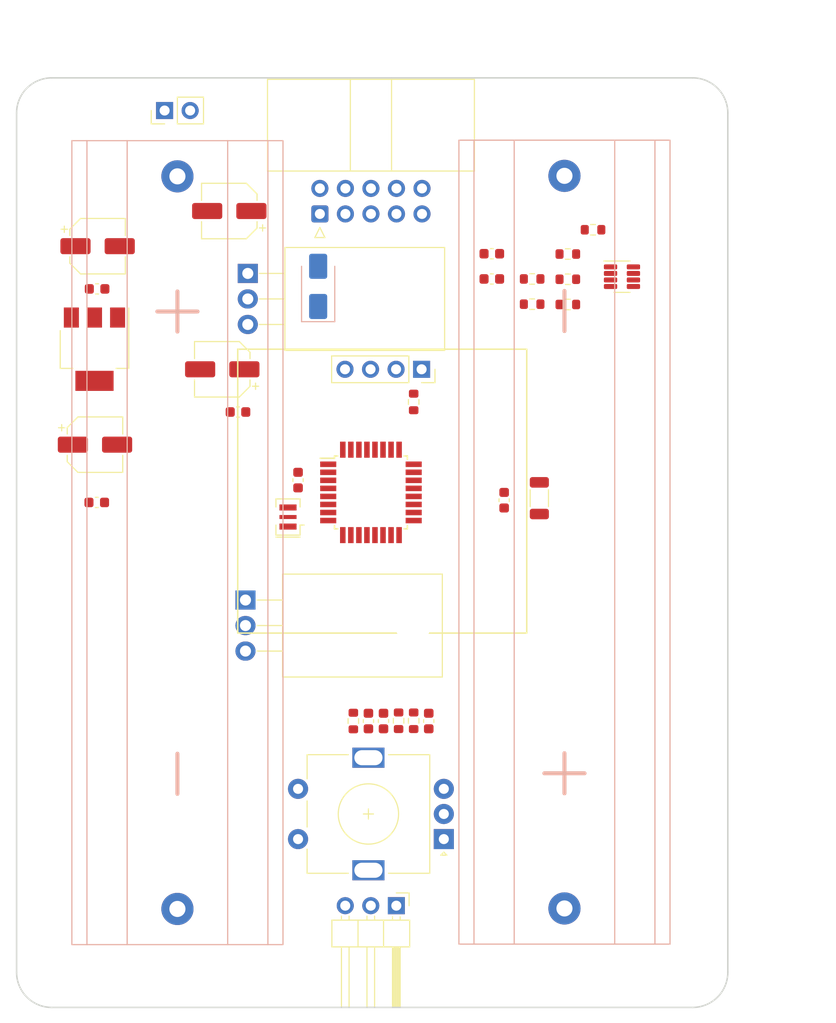
<source format=kicad_pcb>
(kicad_pcb (version 20221018) (generator pcbnew)
  (layers (0 "F.Cu" signal) (31 "B.Cu" signal) (34 "B.Paste" user) (35 "F.Paste" user) (36 "B.SilkS" user "B.Silkscreen") (37 "F.SilkS" user "F.Silkscreen") (38 "B.Mask" user) (39 "F.Mask" user) (44 "Edge.Cuts" user))
  (net 0 "")
  (net 1 "GND")
  (net 2 "+BATT")
  (net 3 "+5V")
  (net 4 "VDD")
  (net 5 "POT")
  (net 6 "+3V3")
  (net 7 "INT_PIN")
  (net 8 "Net-(D1-A)")
  (net 9 "MOSI")
  (net 11 "RESET")
  (net 12 "SCK")
  (net 13 "MISO")
  (net 14 "Net-(J2-Pin_1)")
  (net 15 "Net-(J2-Pin_2)")
  (net 16 "SERVO_SIGNAL")
  (net 17 "SDA")
  (net 18 "SCL")
  (net 19 "GATE_MOSFET")
  (net 20 "Net-(U3-A0)")
  (net 21 "Net-(U3-A1)")
  (net 22 "Net-(R9-Pad1)")
  (net 23 "INT_PIN_2")
  (net 24 "DI")
  (net 25 "Net-(U1-XTAL1{slash}PB6)")
  (net 26 "Net-(U1-XTAL2{slash}PB7)")
  (net 38 "Net-(BT1--)")
  (net 39 "/S+")
  (net 40 "Net-(R8-Pad2)")
  (net 41 "Net-(R10-Pad2)")
  (footprint "Resistor_SMD:R_0603_1608Metric" (layer "F.Cu") (at 120.75 107.475 -90)
    (fp_text reference "R8" hide)
    (fp_text value "100R")
    (fp_line (start -0.237258 -0.5225) (end 0.237258 -0.5225) (stroke (width 0.12)) (layer "F.SilkS"))
    (fp_line (start -0.237258 0.5225) (end 0.237258 0.5225) (stroke (width 0.12)) (layer "F.SilkS"))
    (pad "1" smd roundrect (at -0.825 0 270) (size 0.8 0.95) (layers "F.Cu" "F.Paste" "F.Mask") (net 23 "INT_PIN_2"))
    (pad "2" smd roundrect (at 0.825 0 270) (size 0.8 0.95) (layers "F.Cu" "F.Paste" "F.Mask") (net 40 "Net-(R8-Pad2)"))
  )
  (footprint "Capacitor_SMD:C_0603_1608Metric" (layer "F.Cu") (at 110.75 83.525 90)
    (fp_text reference "C4" hide)
    (fp_text value "100n/50V")
    (fp_line (start -0.14058 -0.51) (end 0.14058 -0.51) (stroke (width 0.12)) (layer "F.SilkS"))
    (fp_line (start -0.14058 0.51) (end 0.14058 0.51) (stroke (width 0.12)) (layer "F.SilkS"))
    (pad "1" smd roundrect (at -0.775 0 90) (size 0.9 0.95) (layers "F.Cu" "F.Paste" "F.Mask") (net 3 "+5V"))
    (pad "2" smd roundrect (at 0.775 0 90) (size 0.9 0.95) (layers "F.Cu" "F.Paste" "F.Mask") (net 1 "GND"))
  )
  (footprint "Inductor_SMD:L_1206_3216Metric" (layer "F.Cu") (at 134.75 85.325 90)
    (fp_text reference "L1" hide)
    (fp_text value "10u")
    (fp_line (start -0.835242 -0.91) (end 0.835242 -0.91) (stroke (width 0.12)) (layer "F.SilkS"))
    (fp_line (start -0.835242 0.91) (end 0.835242 0.91) (stroke (width 0.12)) (layer "F.SilkS"))
    (pad "1" smd roundrect (at -1.575 0 90) (size 1.05 1.9) (layers "F.Cu" "F.Paste" "F.Mask") (roundrect_rratio 0.238095) (net 4 "VDD"))
    (pad "2" smd roundrect (at 1.575 0 90) (size 1.05 1.9) (layers "F.Cu" "F.Paste" "F.Mask") (roundrect_rratio 0.238095) (net 3 "+5V"))
  )
  (footprint "Connector_PinSocket_2.54mm:PinSocket_1x04_P2.54mm_Vertical" (layer "F.Cu") (at 123.04 72.5 -90)
    (fp_text reference "J3" hide)
    (fp_text value "OLED")
    (fp_line (start -1.33 1.27) (end -1.33 8.95) (stroke (width 0.12)) (layer "F.SilkS"))
    (fp_line (start -1.33 1.27) (end 1.33 1.27) (stroke (width 0.12)) (layer "F.SilkS"))
    (fp_line (start -1.33 8.95) (end 1.33 8.95) (stroke (width 0.12)) (layer "F.SilkS"))
    (fp_line (start 0 -1.33) (end 1.33 -1.33) (stroke (width 0.12)) (layer "F.SilkS"))
    (fp_line (start 1.33 -1.33) (end 1.33 0) (stroke (width 0.12)) (layer "F.SilkS"))
    (fp_line (start 1.33 1.27) (end 1.33 8.95) (stroke (width 0.12)) (layer "F.SilkS"))
    (pad "1" thru_hole rect (at 0 0 270) (size 1.7 1.7) (drill 1) (layers "*.Cu" "*.Mask") (net 17 "SDA"))
    (pad "2" thru_hole oval (at 0 2.54 270) (size 1.7 1.7) (drill 1) (layers "*.Cu" "*.Mask") (net 18 "SCL"))
    (pad "3" thru_hole oval (at 0 5.08 270) (size 1.7 1.7) (drill 1) (layers "*.Cu" "*.Mask") (net 6 "+3V3"))
    (pad "4" thru_hole oval (at 0 7.62 270) (size 1.7 1.7) (drill 1) (layers "*.Cu" "*.Mask") (net 1 "GND"))
  )
  (footprint "Package_TO_SOT_THT:TO-220-3_Horizontal_TabDown" (layer "F.Cu") (at 105.52 95.46 -90)
    (fp_text reference "Q1" hide)
    (fp_text value "IRLZ44N")
    (fp_line (start -2.58 -19.58) (end -2.58 -3.69) (stroke (width 0.12)) (layer "F.SilkS"))
    (fp_line (start -2.58 -19.58) (end 7.66 -19.58) (stroke (width 0.12)) (layer "F.SilkS"))
    (fp_line (start -2.58 -3.69) (end 7.66 -3.69) (stroke (width 0.12)) (layer "F.SilkS"))
    (fp_line (start 0 -3.69) (end 0 -1.15) (stroke (width 0.12)) (layer "F.SilkS"))
    (fp_line (start 2.54 -3.69) (end 2.54 -1.15) (stroke (width 0.12)) (layer "F.SilkS"))
    (fp_line (start 5.08 -3.69) (end 5.08 -1.15) (stroke (width 0.12)) (layer "F.SilkS"))
    (fp_line (start 7.66 -19.58) (end 7.66 -3.69) (stroke (width 0.12)) (layer "F.SilkS"))
    (pad "" np_thru_hole oval (at 2.54 -16.66 270) (size 3.5 3.5) (drill 3.5) (layers "*.Cu" "*.Mask"))
    (pad "1" thru_hole rect (at 0 0 270) (size 1.905 2) (drill 1.1) (layers "*.Cu" "*.Mask") (net 19 "GATE_MOSFET"))
    (pad "2" thru_hole oval (at 2.54 0 270) (size 1.905 2) (drill 1.1) (layers "*.Cu" "*.Mask") (net 14 "Net-(J2-Pin_1)"))
    (pad "3" thru_hole oval (at 5.08 0 270) (size 1.905 2) (drill 1.1) (layers "*.Cu" "*.Mask") (net 1 "GND"))
  )
  (footprint "Package_TO_SOT_SMD:SOT-223-3_TabPin2" (layer "F.Cu") (at 90.5 70.5 -90)
    (fp_text reference "U4" hide)
    (fp_text value "AMS1117-3.3")
    (fp_line (start -4.1 -3.41) (end 1.91 -3.41) (stroke (width 0.12)) (layer "F.SilkS"))
    (fp_line (start -1.85 3.41) (end 1.91 3.41) (stroke (width 0.12)) (layer "F.SilkS"))
    (fp_line (start 1.91 -3.41) (end 1.91 -2.15) (stroke (width 0.12)) (layer "F.SilkS"))
    (fp_line (start 1.91 3.41) (end 1.91 2.15) (stroke (width 0.12)) (layer "F.SilkS"))
    (pad "1" smd rect (at -3.15 -2.3 270) (size 2 1.5) (layers "F.Cu" "F.Paste" "F.Mask") (net 1 "GND"))
    (pad "2" smd rect (at -3.15 0 270) (size 2 1.5) (layers "F.Cu" "F.Paste" "F.Mask") (net 6 "+3V3"))
    (pad "2" smd rect (at 3.15 0 270) (size 2 3.8) (layers "F.Cu" "F.Paste" "F.Mask") (net 6 "+3V3"))
    (pad "3" smd rect (at -3.15 2.3 270) (size 2 1.5) (layers "F.Cu" "F.Paste" "F.Mask") (net 2 "+BATT"))
  )
  (footprint "Capacitor_SMD:CP_Elec_5x5.4" (layer "F.Cu") (at 103.91 56.75 180)
    (fp_text reference "C1" hide)
    (fp_text value "0.33uF/50V")
    (fp_line (start -3.625 -1.685) (end -3 -1.685) (stroke (width 0.12)) (layer "F.SilkS"))
    (fp_line (start -3.3125 -1.9975) (end -3.3125 -1.3725) (stroke (width 0.12)) (layer "F.SilkS"))
    (fp_line (start -2.76 -1.695563) (end -2.76 -1.06) (stroke (width 0.12)) (layer "F.SilkS"))
    (fp_line (start -2.76 -1.695563) (end -1.695563 -2.76) (stroke (width 0.12)) (layer "F.SilkS"))
    (fp_line (start -2.76 1.695563) (end -2.76 1.06) (stroke (width 0.12)) (layer "F.SilkS"))
    (fp_line (start -2.76 1.695563) (end -1.695563 2.76) (stroke (width 0.12)) (layer "F.SilkS"))
    (fp_line (start -1.695563 -2.76) (end 2.76 -2.76) (stroke (width 0.12)) (layer "F.SilkS"))
    (fp_line (start -1.695563 2.76) (end 2.76 2.76) (stroke (width 0.12)) (layer "F.SilkS"))
    (fp_line (start 2.76 -2.76) (end 2.76 -1.06) (stroke (width 0.12)) (layer "F.SilkS"))
    (fp_line (start 2.76 2.76) (end 2.76 1.06) (stroke (width 0.12)) (layer "F.SilkS"))
    (pad "1" smd roundrect (at -2.2 0 180) (size 3 1.6) (layers "F.Cu" "F.Paste" "F.Mask") (roundrect_rratio 0.15625) (net 2 "+BATT"))
    (pad "2" smd roundrect (at 2.2 0 180) (size 3 1.6) (layers "F.Cu" "F.Paste" "F.Mask") (roundrect_rratio 0.15625) (net 1 "GND"))
  )
  (footprint "Capacitor_SMD:C_0603_1608Metric" (layer "F.Cu") (at 131.25 85.525 90)
    (fp_text reference "C5" hide)
    (fp_text value "100n/50V")
    (fp_line (start -0.14058 -0.51) (end 0.14058 -0.51) (stroke (width 0.12)) (layer "F.SilkS"))
    (fp_line (start -0.14058 0.51) (end 0.14058 0.51) (stroke (width 0.12)) (layer "F.SilkS"))
    (pad "1" smd roundrect (at -0.775 0 90) (size 0.9 0.95) (layers "F.Cu" "F.Paste" "F.Mask") (net 4 "VDD"))
    (pad "2" smd roundrect (at 0.775 0 90) (size 0.9 0.95) (layers "F.Cu" "F.Paste" "F.Mask") (net 1 "GND"))
  )
  (footprint "Resistor_SMD:R_0603_1608Metric" (layer "F.Cu") (at 140.0925 58.615)
    (fp_text reference "R7" hide)
    (fp_text value "0.1R")
    (fp_line (start -0.237258 -0.5225) (end 0.237258 -0.5225) (stroke (width 0.12)) (layer "F.SilkS"))
    (fp_line (start -0.237258 0.5225) (end 0.237258 0.5225) (stroke (width 0.12)) (layer "F.SilkS"))
    (pad "1" smd roundrect (at -0.825 0) (size 0.8 0.95) (layers "F.Cu" "F.Paste" "F.Mask") (net 3 "+5V"))
    (pad "2" smd roundrect (at 0.825 0) (size 0.8 0.95) (layers "F.Cu" "F.Paste" "F.Mask") (net 15 "Net-(J2-Pin_2)"))
  )
  (footprint "Resistor_SMD:R_0603_1608Metric" (layer "F.Cu") (at 134.035 66.02)
    (fp_text reference "R3" hide)
    (fp_text value "10k")
    (fp_line (start -0.237258 -0.5225) (end 0.237258 -0.5225) (stroke (width 0.12)) (layer "F.SilkS"))
    (fp_line (start -0.237258 0.5225) (end 0.237258 0.5225) (stroke (width 0.12)) (layer "F.SilkS"))
    (pad "1" smd roundrect (at -0.825 0) (size 0.8 0.95) (layers "F.Cu" "F.Paste" "F.Mask") (net 3 "+5V"))
    (pad "2" smd roundrect (at 0.825 0) (size 0.8 0.95) (layers "F.Cu" "F.Paste" "F.Mask") (net 17 "SDA"))
  )
  (footprint "Resistor_SMD:R_0603_1608Metric" (layer "F.Cu") (at 137.585 63.54)
    (fp_text reference "R5" hide)
    (fp_text value "10k")
    (fp_line (start -0.237258 -0.5225) (end 0.237258 -0.5225) (stroke (width 0.12)) (layer "F.SilkS"))
    (fp_line (start -0.237258 0.5225) (end 0.237258 0.5225) (stroke (width 0.12)) (layer "F.SilkS"))
    (pad "1" smd roundrect (at -0.825 0) (size 0.8 0.95) (layers "F.Cu" "F.Paste" "F.Mask") (net 20 "Net-(U3-A0)"))
    (pad "2" smd roundrect (at 0.825 0) (size 0.8 0.95) (layers "F.Cu" "F.Paste" "F.Mask") (net 1 "GND"))
  )
  (footprint "Package_TO_SOT_SMD:SOT-23-8" (layer "F.Cu") (at 142.9725 63.285)
    (fp_text reference "U3" hide)
    (fp_text value "INA219AxD")
    (fp_line (start 0 -1.56) (end -1.8 -1.56) (stroke (width 0.12)) (layer "F.SilkS"))
    (fp_line (start 0 -1.56) (end 0.8 -1.56) (stroke (width 0.12)) (layer "F.SilkS"))
    (fp_line (start 0 1.56) (end -0.8 1.56) (stroke (width 0.12)) (layer "F.SilkS"))
    (fp_line (start 0 1.56) (end 0.8 1.56) (stroke (width 0.12)) (layer "F.SilkS"))
    (pad "1" smd roundrect (at -1.1375 -0.975) (size 1.325 0.5) (layers "F.Cu" "F.Paste" "F.Mask") (net 21 "Net-(U3-A1)"))
    (pad "2" smd roundrect (at -1.1375 -0.325) (size 1.325 0.5) (layers "F.Cu" "F.Paste" "F.Mask") (net 20 "Net-(U3-A0)"))
    (pad "3" smd roundrect (at -1.1375 0.325) (size 1.325 0.5) (layers "F.Cu" "F.Paste" "F.Mask") (net 17 "SDA"))
    (pad "4" smd roundrect (at -1.1375 0.975) (size 1.325 0.5) (layers "F.Cu" "F.Paste" "F.Mask") (net 18 "SCL"))
    (pad "5" smd roundrect (at 1.1375 0.975) (size 1.325 0.5) (layers "F.Cu" "F.Paste" "F.Mask") (net 3 "+5V"))
    (pad "6" smd roundrect (at 1.1375 0.325) (size 1.325 0.5) (layers "F.Cu" "F.Paste" "F.Mask") (net 1 "GND"))
    (pad "7" smd roundrect (at 1.1375 -0.325) (size 1.325 0.5) (layers "F.Cu" "F.Paste" "F.Mask") (net 15 "Net-(J2-Pin_2)"))
    (pad "8" smd roundrect (at 1.1375 -0.975) (size 1.325 0.5) (layers "F.Cu" "F.Paste" "F.Mask") (net 3 "+5V"))
  )
  (footprint "Capacitor_SMD:C_0603_1608Metric" (layer "F.Cu") (at 130.025 63.51)
    (fp_text reference "C9" hide)
    (fp_text value "100n/50V")
    (fp_line (start -0.14058 -0.51) (end 0.14058 -0.51) (stroke (width 0.12)) (layer "F.SilkS"))
    (fp_line (start -0.14058 0.51) (end 0.14058 0.51) (stroke (width 0.12)) (layer "F.SilkS"))
    (pad "1" smd roundrect (at -0.775 0) (size 0.9 0.95) (layers "F.Cu" "F.Paste" "F.Mask") (net 3 "+5V"))
    (pad "2" smd roundrect (at 0.775 0) (size 0.9 0.95) (layers "F.Cu" "F.Paste" "F.Mask") (net 1 "GND"))
  )
  (footprint "Resistor_SMD:R_0603_1608Metric" (layer "F.Cu") (at 137.585 66.05)
    (fp_text reference "R6" hide)
    (fp_text value "10k")
    (fp_line (start -0.237258 -0.5225) (end 0.237258 -0.5225) (stroke (width 0.12)) (layer "F.SilkS"))
    (fp_line (start -0.237258 0.5225) (end 0.237258 0.5225) (stroke (width 0.12)) (layer "F.SilkS"))
    (pad "1" smd roundrect (at -0.825 0) (size 0.8 0.95) (layers "F.Cu" "F.Paste" "F.Mask") (net 21 "Net-(U3-A1)"))
    (pad "2" smd roundrect (at 0.825 0) (size 0.8 0.95) (layers "F.Cu" "F.Paste" "F.Mask") (net 1 "GND"))
  )
  (footprint "MountingHole:MountingHole_3.2mm_M3" (layer "F.Cu") (at 86.25 47)
    (fp_text reference "H1" hide)
    (fp_text value "MountingHole")
    (pad "" np_thru_hole circle (at 0 0) (size 3.2 3.2) (drill 3.2) (layers "*.Cu" "*.Mask"))
  )
  (footprint "Connector_IDC:IDC-Header_2x05_P2.54mm_Horizontal" (layer "F.Cu") (at 112.92 57.04 90)
    (fp_text reference "J1" hide)
    (fp_text value "USBASP")
    (fp_line (start -2.35 -0.5) (end -2.35 0.5) (stroke (width 0.12)) (layer "F.SilkS"))
    (fp_line (start -2.35 0.5) (end -1.35 0) (stroke (width 0.12)) (layer "F.SilkS"))
    (fp_line (start -1.35 0) (end -2.35 -0.5) (stroke (width 0.12)) (layer "F.SilkS"))
    (fp_line (start 4.27 -5.21) (end 13.39 -5.21) (stroke (width 0.12)) (layer "F.SilkS"))
    (fp_line (start 4.27 3.03) (end 13.39 3.03) (stroke (width 0.12)) (layer "F.SilkS"))
    (fp_line (start 4.27 7.13) (end 13.39 7.13) (stroke (width 0.12)) (layer "F.SilkS"))
    (fp_line (start 4.27 15.37) (end 4.27 -5.21) (stroke (width 0.12)) (layer "F.SilkS"))
    (fp_line (start 13.39 -5.21) (end 13.39 15.37) (stroke (width 0.12)) (layer "F.SilkS"))
    (fp_line (start 13.39 15.37) (end 4.27 15.37) (stroke (width 0.12)) (layer "F.SilkS"))
    (pad "1" thru_hole roundrect (at 0 0 90) (size 1.7 1.7) (drill 1) (layers "*.Cu" "*.Mask") (roundrect_rratio 0.147059) (net 9 "MOSI"))
    (pad "2" thru_hole circle (at 2.54 0 90) (size 1.7 1.7) (drill 1) (layers "*.Cu" "*.Mask") (net 8 "Net-(D1-A)"))
    (pad "3" thru_hole circle (at 0 2.54 90) (size 1.7 1.7) (drill 1) (layers "*.Cu" "*.Mask"))
    (pad "4" thru_hole circle (at 2.54 2.54 90) (size 1.7 1.7) (drill 1) (layers "*.Cu" "*.Mask") (net 1 "GND"))
    (pad "5" thru_hole circle (at 0 5.08 90) (size 1.7 1.7) (drill 1) (layers "*.Cu" "*.Mask") (net 11 "RESET"))
    (pad "6" thru_hole circle (at 2.54 5.08 90) (size 1.7 1.7) (drill 1) (layers "*.Cu" "*.Mask") (net 1 "GND"))
    (pad "7" thru_hole circle (at 0 7.62 90) (size 1.7 1.7) (drill 1) (layers "*.Cu" "*.Mask") (net 12 "SCK"))
    (pad "8" thru_hole circle (at 2.54 7.62 90) (size 1.7 1.7) (drill 1) (layers "*.Cu" "*.Mask") (net 1 "GND"))
    (pad "9" thru_hole circle (at 0 10.16 90) (size 1.7 1.7) (drill 1) (layers "*.Cu" "*.Mask") (net 13 "MISO"))
    (pad "10" thru_hole circle (at 2.54 10.16 90) (size 1.7 1.7) (drill 1) (layers "*.Cu" "*.Mask") (net 1 "GND"))
  )
  (footprint "Rotary_Encoder:RotaryEncoder_Alps_EC11E-Switch_Vertical_H20mm" (layer "F.Cu") (at 125.25 119.25 180)
    (fp_text reference "SW2" hide)
    (fp_text value "RotaryEncoder_Switch")
    (fp_line (start -0.3 -1.6) (end 0.3 -1.6) (stroke (width 0.12)) (layer "F.SilkS"))
    (fp_line (start 0 -1.3) (end -0.3 -1.6) (stroke (width 0.12)) (layer "F.SilkS"))
    (fp_line (start 0.3 -1.6) (end 0 -1.3) (stroke (width 0.12)) (layer "F.SilkS"))
    (fp_line (start 1.4 -3.4) (end 1.4 8.4) (stroke (width 0.12)) (layer "F.SilkS"))
    (fp_line (start 5.5 -3.4) (end 1.4 -3.4) (stroke (width 0.12)) (layer "F.SilkS"))
    (fp_line (start 5.5 8.4) (end 1.4 8.4) (stroke (width 0.12)) (layer "F.SilkS"))
    (fp_line (start 7 2.5) (end 8 2.5) (stroke (width 0.12)) (layer "F.SilkS"))
    (fp_line (start 7.5 2) (end 7.5 3) (stroke (width 0.12)) (layer "F.SilkS"))
    (fp_line (start 9.5 -3.4) (end 13.6 -3.4) (stroke (width 0.12)) (layer "F.SilkS"))
    (fp_line (start 13.6 -3.4) (end 13.6 -1) (stroke (width 0.12)) (layer "F.SilkS"))
    (fp_line (start 13.6 1.2) (end 13.6 3.8) (stroke (width 0.12)) (layer "F.SilkS"))
    (fp_line (start 13.6 6) (end 13.6 8.4) (stroke (width 0.12)) (layer "F.SilkS"))
    (fp_line (start 13.6 8.4) (end 9.5 8.4) (stroke (width 0.12)) (layer "F.SilkS"))
    (fp_circle (center 7.5 2.5) (end 10.5 2.5) (stroke (width 0.12)) (fill none) (layer "F.SilkS"))
    (pad "A" thru_hole rect (at 0 0 180) (size 2 2) (drill 1) (layers "*.Cu" "*.Mask") (net 40 "Net-(R8-Pad2)"))
    (pad "B" thru_hole circle (at 0 5 180) (size 2 2) (drill 1) (layers "*.Cu" "*.Mask") (net 41 "Net-(R10-Pad2)"))
    (pad "C" thru_hole circle (at 0 2.5 180) (size 2 2) (drill 1) (layers "*.Cu" "*.Mask") (net 1 "GND"))
    (pad "MP" thru_hole rect (at 7.5 -3.1 180) (size 3.2 2) (drill oval 2.8 1.5) (layers "*.Cu" "*.Mask"))
    (pad "MP" thru_hole rect (at 7.5 8.1 180) (size 3.2 2) (drill oval 2.8 1.5) (layers "*.Cu" "*.Mask"))
    (pad "S1" thru_hole circle (at 14.5 5 180) (size 2 2) (drill 1) (layers "*.Cu" "*.Mask") (net 22 "Net-(R9-Pad1)"))
    (pad "S2" thru_hole circle (at 14.5 0 180) (size 2 2) (drill 1) (layers "*.Cu" "*.Mask") (net 1 "GND"))
  )
  (footprint "Capacitor_SMD:C_0603_1608Metric" (layer "F.Cu") (at 104.775 76.75 180)
    (fp_text reference "C2" hide)
    (fp_text value "100n/50V")
    (fp_line (start -0.14058 -0.51) (end 0.14058 -0.51) (stroke (width 0.12)) (layer "F.SilkS"))
    (fp_line (start -0.14058 0.51) (end 0.14058 0.51) (stroke (width 0.12)) (layer "F.SilkS"))
    (pad "1" smd roundrect (at -0.775 0 180) (size 0.9 0.95) (layers "F.Cu" "F.Paste" "F.Mask") (net 3 "+5V"))
    (pad "2" smd roundrect (at 0.775 0 180) (size 0.9 0.95) (layers "F.Cu" "F.Paste" "F.Mask") (net 1 "GND"))
  )
  (footprint "Capacitor_SMD:CP_Elec_5x5.4" (layer "F.Cu") (at 90.55 80)
    (fp_text reference "C12" hide)
    (fp_text value "10uF/50V")
    (fp_line (start -3.625 -1.685) (end -3 -1.685) (stroke (width 0.12)) (layer "F.SilkS"))
    (fp_line (start -3.3125 -1.9975) (end -3.3125 -1.3725) (stroke (width 0.12)) (layer "F.SilkS"))
    (fp_line (start -2.76 -1.695563) (end -2.76 -1.06) (stroke (width 0.12)) (layer "F.SilkS"))
    (fp_line (start -2.76 -1.695563) (end -1.695563 -2.76) (stroke (width 0.12)) (layer "F.SilkS"))
    (fp_line (start -2.76 1.695563) (end -2.76 1.06) (stroke (width 0.12)) (layer "F.SilkS"))
    (fp_line (start -2.76 1.695563) (end -1.695563 2.76) (stroke (width 0.12)) (layer "F.SilkS"))
    (fp_line (start -1.695563 -2.76) (end 2.76 -2.76) (stroke (width 0.12)) (layer "F.SilkS"))
    (fp_line (start -1.695563 2.76) (end 2.76 2.76) (stroke (width 0.12)) (layer "F.SilkS"))
    (fp_line (start 2.76 -2.76) (end 2.76 -1.06) (stroke (width 0.12)) (layer "F.SilkS"))
    (fp_line (start 2.76 2.76) (end 2.76 1.06) (stroke (width 0.12)) (layer "F.SilkS"))
    (pad "1" smd roundrect (at -2.2 0) (size 3 1.6) (layers "F.Cu" "F.Paste" "F.Mask") (roundrect_rratio 0.15625) (net 6 "+3V3"))
    (pad "2" smd roundrect (at 2.2 0) (size 3 1.6) (layers "F.Cu" "F.Paste" "F.Mask") (roundrect_rratio 0.15625) (net 1 "GND"))
  )
  (footprint "Resistor_SMD:R_0603_1608Metric" (layer "F.Cu") (at 134.035 63.51)
    (fp_text reference "R2" hide)
    (fp_text value "10k")
    (fp_line (start -0.237258 -0.5225) (end 0.237258 -0.5225) (stroke (width 0.12)) (layer "F.SilkS"))
    (fp_line (start -0.237258 0.5225) (end 0.237258 0.5225) (stroke (width 0.12)) (layer "F.SilkS"))
    (pad "1" smd roundrect (at -0.825 0) (size 0.8 0.95) (layers "F.Cu" "F.Paste" "F.Mask") (net 19 "GATE_MOSFET"))
    (pad "2" smd roundrect (at 0.825 0) (size 0.8 0.95) (layers "F.Cu" "F.Paste" "F.Mask") (net 1 "GND"))
  )
  (footprint "MountingHole:MountingHole_3.2mm_M3" (layer "F.Cu") (at 150 132.5)
    (fp_text reference "H2" hide)
    (fp_text value "MountingHole")
    (pad "" np_thru_hole circle (at 0 0) (size 3.2 3.2) (drill 3.2) (layers "*.Cu" "*.Mask"))
  )
  (footprint "Capacitor_SMD:C_0603_1608Metric" (layer "F.Cu") (at 130.025 61)
    (fp_text reference "C6" hide)
    (fp_text value "100n/50V")
    (fp_line (start -0.14058 -0.51) (end 0.14058 -0.51) (stroke (width 0.12)) (layer "F.SilkS"))
    (fp_line (start -0.14058 0.51) (end 0.14058 0.51) (stroke (width 0.12)) (layer "F.SilkS"))
    (pad "1" smd roundrect (at -0.775 0) (size 0.9 0.95) (layers "F.Cu" "F.Paste" "F.Mask") (net 3 "+5V"))
    (pad "2" smd roundrect (at 0.775 0) (size 0.9 0.95) (layers "F.Cu" "F.Paste" "F.Mask") (net 1 "GND"))
  )
  (footprint "Footprint:CSTCE16M0V53-R0" (layer "F.Cu") (at 109.75 87.2 90)
    (fp_text reference "Y2" hide)
    (fp_text value "16MHz")
    (fp_line (start -2 -1.2) (end -2 0.8) (stroke (width 0.12)) (layer "F.SilkS"))
    (fp_line (start -2 0.8) (end -2 1.2) (stroke (width 0.12)) (layer "F.SilkS"))
    (fp_line (start -1.8 -1.2) (end -0.8 -1.2) (stroke (width 0.12)) (layer "F.SilkS"))
    (fp_line (start -1.8 0.8) (end -1.8 -1.2) (stroke (width 0.12)) (layer "F.SilkS"))
    (fp_line (start -1.8 0.8) (end -1.8 1.2) (stroke (width 0.12)) (layer "F.SilkS"))
    (fp_line (start -0.8 1.2) (end -1.8 1.2) (stroke (width 0.12)) (layer "F.SilkS"))
    (fp_line (start -0.8 1.2) (end -0.8 1.6) (stroke (width 0.12)) (layer "F.SilkS"))
    (fp_line (start 1 -1.2) (end 1.8 -1.2) (stroke (width 0.12)) (layer "F.SilkS"))
    (fp_line (start 1.8 -1.2) (end 1.8 0.8) (stroke (width 0.12)) (layer "F.SilkS"))
    (fp_line (start 1.8 0.8) (end 1.8 1.2) (stroke (width 0.12)) (layer "F.SilkS"))
    (fp_line (start 1.8 1.2) (end 1 1.2) (stroke (width 0.12)) (layer "F.SilkS"))
    (pad "1" smd rect (at -0.95 0 90) (size 0.6 1.7) (layers "F.Cu" "F.Paste" "F.Mask") (net 26 "Net-(U1-XTAL2{slash}PB7)"))
    (pad "2" smd rect (at 0 0 90) (size 0.4 1.7) (layers "F.Cu" "F.Paste" "F.Mask") (net 1 "GND"))
    (pad "3" smd rect (at 0.95 0 90) (size 0.6 1.7) (layers "F.Cu" "F.Paste" "F.Mask") (net 25 "Net-(U1-XTAL1{slash}PB6)"))
  )
  (footprint "Resistor_SMD:R_0603_1608Metric" (layer "F.Cu") (at 116.25 107.5 90)
    (fp_text reference "R9" hide)
    (fp_text value "100R")
    (fp_line (start -0.237258 -0.5225) (end 0.237258 -0.5225) (stroke (width 0.12)) (layer "F.SilkS"))
    (fp_line (start -0.237258 0.5225) (end 0.237258 0.5225) (stroke (width 0.12)) (layer "F.SilkS"))
    (pad "1" smd roundrect (at -0.825 0 90) (size 0.8 0.95) (layers "F.Cu" "F.Paste" "F.Mask") (net 22 "Net-(R9-Pad1)"))
    (pad "2" smd roundrect (at 0.825 0 90) (size 0.8 0.95) (layers "F.Cu" "F.Paste" "F.Mask") (net 7 "INT_PIN"))
  )
  (footprint "Capacitor_SMD:C_0603_1608Metric" (layer "F.Cu") (at 117.75 107.5 90)
    (fp_text reference "C15" hide)
    (fp_text value "100n/50V")
    (fp_line (start -0.14058 -0.51) (end 0.14058 -0.51) (stroke (width 0.12)) (layer "F.SilkS"))
    (fp_line (start -0.14058 0.51) (end 0.14058 0.51) (stroke (width 0.12)) (layer "F.SilkS"))
    (pad "1" smd roundrect (at -0.775 0 90) (size 0.9 0.95) (layers "F.Cu" "F.Paste" "F.Mask") (net 1 "GND"))
    (pad "2" smd roundrect (at 0.775 0 90) (size 0.9 0.95) (layers "F.Cu" "F.Paste" "F.Mask") (net 7 "INT_PIN"))
  )
  (footprint "Capacitor_SMD:CP_Elec_5x5.4" (layer "F.Cu") (at 103.21 72.5 180)
    (fp_text reference "C3" hide)
    (fp_text value "0.22uF/50V")
    (fp_line (start -3.625 -1.685) (end -3 -1.685) (stroke (width 0.12)) (layer "F.SilkS"))
    (fp_line (start -3.3125 -1.9975) (end -3.3125 -1.3725) (stroke (width 0.12)) (layer "F.SilkS"))
    (fp_line (start -2.76 -1.695563) (end -2.76 -1.06) (stroke (width 0.12)) (layer "F.SilkS"))
    (fp_line (start -2.76 -1.695563) (end -1.695563 -2.76) (stroke (width 0.12)) (layer "F.SilkS"))
    (fp_line (start -2.76 1.695563) (end -2.76 1.06) (stroke (width 0.12)) (layer "F.SilkS"))
    (fp_line (start -2.76 1.695563) (end -1.695563 2.76) (stroke (width 0.12)) (layer "F.SilkS"))
    (fp_line (start -1.695563 -2.76) (end 2.76 -2.76) (stroke (width 0.12)) (layer "F.SilkS"))
    (fp_line (start -1.695563 2.76) (end 2.76 2.76) (stroke (width 0.12)) (layer "F.SilkS"))
    (fp_line (start 2.76 -2.76) (end 2.76 -1.06) (stroke (width 0.12)) (layer "F.SilkS"))
    (fp_line (start 2.76 2.76) (end 2.76 1.06) (stroke (width 0.12)) (layer "F.SilkS"))
    (pad "1" smd roundrect (at -2.2 0 180) (size 3 1.6) (layers "F.Cu" "F.Paste" "F.Mask") (roundrect_rratio 0.15625) (net 3 "+5V"))
    (pad "2" smd roundrect (at 2.2 0 180) (size 3 1.6) (layers "F.Cu" "F.Paste" "F.Mask") (roundrect_rratio 0.15625) (net 1 "GND"))
  )
  (footprint "Capacitor_SMD:C_0603_1608Metric" (layer "F.Cu") (at 90.725 85.75)
    (fp_text reference "C14" hide)
    (fp_text value "100n/50V")
    (fp_line (start -0.14058 -0.51) (end 0.14058 -0.51) (stroke (width 0.12)) (layer "F.SilkS"))
    (fp_line (start -0.14058 0.51) (end 0.14058 0.51) (stroke (width 0.12)) (layer "F.SilkS"))
    (pad "1" smd roundrect (at -0.775 0) (size 0.9 0.95) (layers "F.Cu" "F.Paste" "F.Mask") (net 6 "+3V3"))
    (pad "2" smd roundrect (at 0.775 0) (size 0.9 0.95) (layers "F.Cu" "F.Paste" "F.Mask") (net 1 "GND"))
  )
  (footprint "Package_TO_SOT_THT:TO-220-3_Horizontal_TabDown" (layer "F.Cu") (at 105.75 62.96 -90)
    (fp_text reference "U2" hide)
    (fp_text value "LM7805_TO220")
    (fp_line (start -2.58 -19.58) (end -2.58 -3.69) (stroke (width 0.12)) (layer "F.SilkS"))
    (fp_line (start -2.58 -19.58) (end 7.66 -19.58) (stroke (width 0.12)) (layer "F.SilkS"))
    (fp_line (start -2.58 -3.69) (end 7.66 -3.69) (stroke (width 0.12)) (layer "F.SilkS"))
    (fp_line (start 0 -3.69) (end 0 -1.15) (stroke (width 0.12)) (layer "F.SilkS"))
    (fp_line (start 2.54 -3.69) (end 2.54 -1.15) (stroke (width 0.12)) (layer "F.SilkS"))
    (fp_line (start 5.08 -3.69) (end 5.08 -1.15) (stroke (width 0.12)) (layer "F.SilkS"))
    (fp_line (start 7.66 -19.58) (end 7.66 -3.69) (stroke (width 0.12)) (layer "F.SilkS"))
    (pad "" np_thru_hole oval (at 2.54 -16.66 270) (size 3.5 3.5) (drill 3.5) (layers "*.Cu" "*.Mask"))
    (pad "1" thru_hole rect (at 0 0 270) (size 1.905 2) (drill 1.1) (layers "*.Cu" "*.Mask") (net 2 "+BATT"))
    (pad "2" thru_hole oval (at 2.54 0 270) (size 1.905 2) (drill 1.1) (layers "*.Cu" "*.Mask") (net 1 "GND"))
    (pad "3" thru_hole oval (at 5.08 0 270) (size 1.905 2) (drill 1.1) (layers "*.Cu" "*.Mask") (net 3 "+5V"))
  )
  (footprint "Capacitor_SMD:C_0603_1608Metric" (layer "F.Cu") (at 123.75 107.5 -90)
    (fp_text reference "C8" hide)
    (fp_text value "100n/50V")
    (fp_line (start -0.14058 -0.51) (end 0.14058 -0.51) (stroke (width 0.12)) (layer "F.SilkS"))
    (fp_line (start -0.14058 0.51) (end 0.14058 0.51) (stroke (width 0.12)) (layer "F.SilkS"))
    (pad "1" smd roundrect (at -0.775 0 270) (size 0.9 0.95) (layers "F.Cu" "F.Paste" "F.Mask") (net 24 "DI"))
    (pad "2" smd roundrect (at 0.775 0 270) (size 0.9 0.95) (layers "F.Cu" "F.Paste" "F.Mask") (net 1 "GND"))
  )
  (footprint "Resistor_SMD:R_0603_1608Metric" (layer "F.Cu") (at 137.585 61.03)
    (fp_text reference "R4" hide)
    (fp_text value "10k")
    (fp_line (start -0.237258 -0.5225) (end 0.237258 -0.5225) (stroke (width 0.12)) (layer "F.SilkS"))
    (fp_line (start -0.237258 0.5225) (end 0.237258 0.5225) (stroke (width 0.12)) (layer "F.SilkS"))
    (pad "1" smd roundrect (at -0.825 0) (size 0.8 0.95) (layers "F.Cu" "F.Paste" "F.Mask") (net 3 "+5V"))
    (pad "2" smd roundrect (at 0.825 0) (size 0.8 0.95) (layers "F.Cu" "F.Paste" "F.Mask") (net 18 "SCL"))
  )
  (footprint "Capacitor_SMD:C_0603_1608Metric" (layer "F.Cu") (at 90.76 64.5)
    (fp_text reference "C11" hide)
    (fp_text value "100n/50V")
    (fp_line (start -0.14058 -0.51) (end 0.14058 -0.51) (stroke (width 0.12)) (layer "F.SilkS"))
    (fp_line (start -0.14058 0.51) (end 0.14058 0.51) (stroke (width 0.12)) (layer "F.SilkS"))
    (pad "1" smd roundrect (at -0.775 0) (size 0.9 0.95) (layers "F.Cu" "F.Paste" "F.Mask") (net 2 "+BATT"))
    (pad "2" smd roundrect (at 0.775 0) (size 0.9 0.95) (layers "F.Cu" "F.Paste" "F.Mask") (net 1 "GND"))
  )
  (footprint "Capacitor_SMD:C_0603_1608Metric" (layer "F.Cu") (at 119.25 107.5 90)
    (fp_text reference "C7" hide)
    (fp_text value "100n/50V")
    (fp_line (start -0.14058 -0.51) (end 0.14058 -0.51) (stroke (width 0.12)) (layer "F.SilkS"))
    (fp_line (start -0.14058 0.51) (end 0.14058 0.51) (stroke (width 0.12)) (layer "F.SilkS"))
    (pad "1" smd roundrect (at -0.775 0 90) (size 0.9 0.95) (layers "F.Cu" "F.Paste" "F.Mask") (net 1 "GND"))
    (pad "2" smd roundrect (at 0.775 0 90) (size 0.9 0.95) (layers "F.Cu" "F.Paste" "F.Mask") (net 23 "INT_PIN_2"))
  )
  (footprint "Package_QFP:TQFP-32_7x7mm_P0.8mm" (layer "F.Cu") (at 118 84.75)
    (fp_text reference "U1" hide)
    (fp_text value "ATmega328-A")
    (fp_line (start -3.625 -3.625) (end -3.625 -3.4) (stroke (width 0.15)) (layer "F.SilkS"))
    (fp_line (start -3.625 -3.625) (end -3.3 -3.625) (stroke (width 0.15)) (layer "F.SilkS"))
    (fp_line (start -3.625 -3.4) (end -5.05 -3.4) (stroke (width 0.15)) (layer "F.SilkS"))
    (fp_line (start -3.625 3.625) (end -3.625 3.3) (stroke (width 0.15)) (layer "F.SilkS"))
    (fp_line (start -3.625 3.625) (end -3.3 3.625) (stroke (width 0.15)) (layer "F.SilkS"))
    (fp_line (start 3.625 -3.625) (end 3.3 -3.625) (stroke (width 0.15)) (layer "F.SilkS"))
    (fp_line (start 3.625 -3.625) (end 3.625 -3.3) (stroke (width 0.15)) (layer "F.SilkS"))
    (fp_line (start 3.625 3.625) (end 3.3 3.625) (stroke (width 0.15)) (layer "F.SilkS"))
    (fp_line (start 3.625 3.625) (end 3.625 3.3) (stroke (width 0.15)) (layer "F.SilkS"))
    (pad "1" smd rect (at -4.25 -2.8) (size 1.6 0.55) (layers "F.Cu" "F.Paste" "F.Mask") (net 23 "INT_PIN_2"))
    (pad "2" smd rect (at -4.25 -2) (size 1.6 0.55) (layers "F.Cu" "F.Paste" "F.Mask") (net 24 "DI"))
    (pad "3" smd rect (at -4.25 -1.2) (size 1.6 0.55) (layers "F.Cu" "F.Paste" "F.Mask") (net 1 "GND"))
    (pad "4" smd rect (at -4.25 -0.4) (size 1.6 0.55) (layers "F.Cu" "F.Paste" "F.Mask") (net 3 "+5V"))
    (pad "5" smd rect (at -4.25 0.4) (size 1.6 0.55) (layers "F.Cu" "F.Paste" "F.Mask") (net 1 "GND"))
    (pad "6" smd rect (at -4.25 1.2) (size 1.6 0.55) (layers "F.Cu" "F.Paste" "F.Mask") (net 3 "+5V"))
    (pad "7" smd rect (at -4.25 2) (size 1.6 0.55) (layers "F.Cu" "F.Paste" "F.Mask") (net 25 "Net-(U1-XTAL1{slash}PB6)"))
    (pad "8" smd rect (at -4.25 2.8) (size 1.6 0.55) (layers "F.Cu" "F.Paste" "F.Mask") (net 26 "Net-(U1-XTAL2{slash}PB7)"))
    (pad "9" smd rect (at -2.8 4.25 90) (size 1.6 0.55) (layers "F.Cu" "F.Paste" "F.Mask"))
    (pad "10" smd rect (at -2 4.25 90) (size 1.6 0.55) (layers "F.Cu" "F.Paste" "F.Mask"))
    (pad "11" smd rect (at -1.2 4.25 90) (size 1.6 0.55) (layers "F.Cu" "F.Paste" "F.Mask"))
    (pad "12" smd rect (at -0.4 4.25 90) (size 1.6 0.55) (layers "F.Cu" "F.Paste" "F.Mask"))
    (pad "13" smd rect (at 0.4 4.25 90) (size 1.6 0.55) (layers "F.Cu" "F.Paste" "F.Mask") (net 16 "SERVO_SIGNAL"))
    (pad "14" smd rect (at 1.2 4.25 90) (size 1.6 0.55) (layers "F.Cu" "F.Paste" "F.Mask"))
    (pad "15" smd rect (at 2 4.25 90) (size 1.6 0.55) (layers "F.Cu" "F.Paste" "F.Mask") (net 9 "MOSI"))
    (pad "16" smd rect (at 2.8 4.25 90) (size 1.6 0.55) (layers "F.Cu" "F.Paste" "F.Mask") (net 13 "MISO"))
    (pad "17" smd rect (at 4.25 2.8) (size 1.6 0.55) (layers "F.Cu" "F.Paste" "F.Mask") (net 12 "SCK"))
    (pad "18" smd rect (at 4.25 2) (size 1.6 0.55) (layers "F.Cu" "F.Paste" "F.Mask") (net 4 "VDD"))
    (pad "19" smd rect (at 4.25 1.2) (size 1.6 0.55) (layers "F.Cu" "F.Paste" "F.Mask"))
    (pad "20" smd rect (at 4.25 0.4) (size 1.6 0.55) (layers "F.Cu" "F.Paste" "F.Mask") (net 3 "+5V"))
    (pad "21" smd rect (at 4.25 -0.4) (size 1.6 0.55) (layers "F.Cu" "F.Paste" "F.Mask") (net 1 "GND"))
    (pad "22" smd rect (at 4.25 -1.2) (size 1.6 0.55) (layers "F.Cu" "F.Paste" "F.Mask"))
    (pad "23" smd rect (at 4.25 -2) (size 1.6 0.55) (layers "F.Cu" "F.Paste" "F.Mask") (net 5 "POT"))
    (pad "24" smd rect (at 4.25 -2.8) (size 1.6 0.55) (layers "F.Cu" "F.Paste" "F.Mask"))
    (pad "25" smd rect (at 2.8 -4.25 90) (size 1.6 0.55) (layers "F.Cu" "F.Paste" "F.Mask"))
    (pad "26" smd rect (at 2 -4.25 90) (size 1.6 0.55) (layers "F.Cu" "F.Paste" "F.Mask"))
    (pad "27" smd rect (at 1.2 -4.25 90) (size 1.6 0.55) (layers "F.Cu" "F.Paste" "F.Mask") (net 17 "SDA"))
    (pad "28" smd rect (at 0.4 -4.25 90) (size 1.6 0.55) (layers "F.Cu" "F.Paste" "F.Mask") (net 18 "SCL"))
    (pad "29" smd rect (at -0.4 -4.25 90) (size 1.6 0.55) (layers "F.Cu" "F.Paste" "F.Mask") (net 11 "RESET"))
    (pad "30" smd rect (at -1.2 -4.25 90) (size 1.6 0.55) (layers "F.Cu" "F.Paste" "F.Mask") (net 19 "GATE_MOSFET"))
    (pad "31" smd rect (at -2 -4.25 90) (size 1.6 0.55) (layers "F.Cu" "F.Paste" "F.Mask"))
    (pad "32" smd rect (at -2.8 -4.25 90) (size 1.6 0.55) (layers "F.Cu" "F.Paste" "F.Mask") (net 7 "INT_PIN"))
  )
  (footprint "Capacitor_SMD:CP_Elec_5x5.4" (layer "F.Cu") (at 90.81 60.25)
    (fp_text reference "C13" hide)
    (fp_text value "10uF/50V")
    (fp_line (start -3.625 -1.685) (end -3 -1.685) (stroke (width 0.12)) (layer "F.SilkS"))
    (fp_line (start -3.3125 -1.9975) (end -3.3125 -1.3725) (stroke (width 0.12)) (layer "F.SilkS"))
    (fp_line (start -2.76 -1.695563) (end -2.76 -1.06) (stroke (width 0.12)) (layer "F.SilkS"))
    (fp_line (start -2.76 -1.695563) (end -1.695563 -2.76) (stroke (width 0.12)) (layer "F.SilkS"))
    (fp_line (start -2.76 1.695563) (end -2.76 1.06) (stroke (width 0.12)) (layer "F.SilkS"))
    (fp_line (start -2.76 1.695563) (end -1.695563 2.76) (stroke (width 0.12)) (layer "F.SilkS"))
    (fp_line (start -1.695563 -2.76) (end 2.76 -2.76) (stroke (width 0.12)) (layer "F.SilkS"))
    (fp_line (start -1.695563 2.76) (end 2.76 2.76) (stroke (width 0.12)) (layer "F.SilkS"))
    (fp_line (start 2.76 -2.76) (end 2.76 -1.06) (stroke (width 0.12)) (layer "F.SilkS"))
    (fp_line (start 2.76 2.76) (end 2.76 1.06) (stroke (width 0.12)) (layer "F.SilkS"))
    (pad "1" smd roundrect (at -2.2 0) (size 3 1.6) (layers "F.Cu" "F.Paste" "F.Mask") (roundrect_rratio 0.15625) (net 2 "+BATT"))
    (pad "2" smd roundrect (at 2.2 0) (size 3 1.6) (layers "F.Cu" "F.Paste" "F.Mask") (roundrect_rratio 0.15625) (net 1 "GND"))
  )
  (footprint "Resistor_SMD:R_0603_1608Metric" (layer "F.Cu") (at 122.25 75.75 -90)
    (fp_text reference "R1" hide)
    (fp_text value "10k")
    (fp_line (start -0.237258 -0.5225) (end 0.237258 -0.5225) (stroke (width 0.12)) (layer "F.SilkS"))
    (fp_line (start -0.237258 0.5225) (end 0.237258 0.5225) (stroke (width 0.12)) (layer "F.SilkS"))
    (pad "1" smd roundrect (at -0.825 0 270) (size 0.8 0.95) (layers "F.Cu" "F.Paste" "F.Mask") (net 3 "+5V"))
    (pad "2" smd roundrect (at 0.825 0 270) (size 0.8 0.95) (layers "F.Cu" "F.Paste" "F.Mask") (net 11 "RESET"))
  )
  (footprint "Connector_PinHeader_2.54mm:PinHeader_1x02_P2.54mm_Vertical" (layer "F.Cu") (at 97.475 46.75 90)
    (fp_text reference "SW1" hide)
    (fp_text value "POWER")
    (fp_line (start -1.33 -1.33) (end 0 -1.33) (stroke (width 0.12)) (layer "F.SilkS"))
    (fp_line (start -1.33 0) (end -1.33 -1.33) (stroke (width 0.12)) (layer "F.SilkS"))
    (fp_line (start -1.33 1.27) (end -1.33 3.87) (stroke (width 0.12)) (layer "F.SilkS"))
    (fp_line (start -1.33 1.27) (end 1.33 1.27) (stroke (width 0.12)) (layer "F.SilkS"))
    (fp_line (start -1.33 3.87) (end 1.33 3.87) (stroke (width 0.12)) (layer "F.SilkS"))
    (fp_line (start 1.33 1.27) (end 1.33 3.87) (stroke (width 0.12)) (layer "F.SilkS"))
    (pad "1" thru_hole rect (at 0 0 90) (size 1.7 1.7) (drill 1) (layers "*.Cu" "*.Mask") (net 39 "/S+"))
    (pad "2" thru_hole oval (at 0 2.54 90) (size 1.7 1.7) (drill 1) (layers "*.Cu" "*.Mask") (net 2 "+BATT"))
  )
  (footprint "Connector_PinHeader_2.54mm:PinHeader_1x03_P2.54mm_Horizontal" (layer "F.Cu") (at 120.525 125.875 -90)
    (fp_text reference "J2" hide)
    (fp_text value "Servo")
    (fp_line (start -1.27 -1.27) (end 0 -1.27) (stroke (width 0.12)) (layer "F.SilkS"))
    (fp_line (start -1.27 0) (end -1.27 -1.27) (stroke (width 0.12)) (layer "F.SilkS"))
    (fp_line (start 1.042929 2.16) (end 1.44 2.16) (stroke (width 0.12)) (layer "F.SilkS"))
    (fp_line (start 1.042929 2.92) (end 1.44 2.92) (stroke (width 0.12)) (layer "F.SilkS"))
    (fp_line (start 1.042929 4.7) (end 1.44 4.7) (stroke (width 0.12)) (layer "F.SilkS"))
    (fp_line (start 1.042929 5.46) (end 1.44 5.46) (stroke (width 0.12)) (layer "F.SilkS"))
    (fp_line (start 1.11 -0.38) (end 1.44 -0.38) (stroke (width 0.12)) (layer "F.SilkS"))
    (fp_line (start 1.11 0.38) (end 1.44 0.38) (stroke (width 0.12)) (layer "F.SilkS"))
    (fp_line (start 1.44 -1.33) (end 1.44 6.41) (stroke (width 0.12)) (layer "F.SilkS"))
    (fp_line (start 1.44 1.27) (end 4.1 1.27) (stroke (width 0.12)) (layer "F.SilkS"))
    (fp_line (start 1.44 3.81) (end 4.1 3.81) (stroke (width 0.12)) (layer "F.SilkS"))
    (fp_line (start 1.44 6.41) (end 4.1 6.41) (stroke (width 0.12)) (layer "F.SilkS"))
    (fp_line (start 4.1 -1.33) (end 1.44 -1.33) (stroke (width 0.12)) (layer "F.SilkS"))
    (fp_line (start 4.1 -0.38) (end 10.1 -0.38) (stroke (width 0.12)) (layer "F.SilkS"))
    (fp_line (start 4.1 -0.32) (end 10.1 -0.32) (stroke (width 0.12)) (layer "F.SilkS"))
    (fp_line (start 4.1 -0.2) (end 10.1 -0.2) (stroke (width 0.12)) (layer "F.SilkS"))
    (fp_line (start 4.1 -0.08) (end 10.1 -0.08) (stroke (width 0.12)) (layer "F.SilkS"))
    (fp_line (start 4.1 0.04) (end 10.1 0.04) (stroke (width 0.12)) (layer "F.SilkS"))
    (fp_line (start 4.1 0.16) (end 10.1 0.16) (stroke (width 0.12)) (layer "F.SilkS"))
    (fp_line (start 4.1 0.28) (end 10.1 0.28) (stroke (width 0.12)) (layer "F.SilkS"))
    (fp_line (start 4.1 2.16) (end 10.1 2.16) (stroke (width 0.12)) (layer "F.SilkS"))
    (fp_line (start 4.1 4.7) (end 10.1 4.7) (stroke (width 0.12)) (layer "F.SilkS"))
    (fp_line (start 4.1 6.41) (end 4.1 -1.33) (stroke (width 0.12)) (layer "F.SilkS"))
    (fp_line (start 10.1 -0.38) (end 10.1 0.38) (stroke (width 0.12)) (layer "F.SilkS"))
    (fp_line (start 10.1 0.38) (end 4.1 0.38) (stroke (width 0.12)) (layer "F.SilkS"))
    (fp_line (start 10.1 2.16) (end 10.1 2.92) (stroke (width 0.12)) (layer "F.SilkS"))
    (fp_line (start 10.1 2.92) (end 4.1 2.92) (stroke (width 0.12)) (layer "F.SilkS"))
    (fp_line (start 10.1 4.7) (end 10.1 5.46) (stroke (width 0.12)) (layer "F.SilkS"))
    (fp_line (start 10.1 5.46) (end 4.1 5.46) (stroke (width 0.12)) (layer "F.SilkS"))
    (pad "1" thru_hole rect (at 0 0 270) (size 1.7 1.7) (drill 1) (layers "*.Cu" "*.Mask") (net 14 "Net-(J2-Pin_1)"))
    (pad "2" thru_hole oval (at 0 2.54 270) (size 1.7 1.7) (drill 1) (layers "*.Cu" "*.Mask") (net 15 "Net-(J2-Pin_2)"))
    (pad "3" thru_hole oval (at 0 5.08 270) (size 1.7 1.7) (drill 1) (layers "*.Cu" "*.Mask") (net 16 "SERVO_SIGNAL"))
  )
  (footprint "Resistor_SMD:R_0603_1608Metric" (layer "F.Cu") (at 122.25 107.475 -90)
    (fp_text reference "R10" hide)
    (fp_text value "100R")
    (fp_line (start -0.237258 -0.5225) (end 0.237258 -0.5225) (stroke (width 0.12)) (layer "F.SilkS"))
    (fp_line (start -0.237258 0.5225) (end 0.237258 0.5225) (stroke (width 0.12)) (layer "F.SilkS"))
    (pad "1" smd roundrect (at -0.825 0 270) (size 0.8 0.95) (layers "F.Cu" "F.Paste" "F.Mask") (net 24 "DI"))
    (pad "2" smd roundrect (at 0.825 0 270) (size 0.8 0.95) (layers "F.Cu" "F.Paste" "F.Mask") (net 41 "Net-(R10-Pad2)"))
  )
  (footprint "MountingHole:MountingHole_3.2mm_M3" (layer "F.Cu") (at 150 47)
    (fp_text reference "H3" hide)
    (fp_text value "MountingHole")
    (pad "" np_thru_hole circle (at 0 0) (size 3.2 3.2) (drill 3.2) (layers "*.Cu" "*.Mask"))
  )
  (footprint "MountingHole:MountingHole_3.2mm_M3" (layer "F.Cu") (at 86.25 132.5)
    (fp_text reference "H4" hide)
    (fp_text value "MountingHole")
    (pad "" np_thru_hole circle (at 0 0) (size 3.2 3.2) (drill 3.2) (layers "*.Cu" "*.Mask"))
  )
  (footprint "Footprint:18650-PC2" (layer "B.Cu") (at 98.75 89.75 -90)
    (fp_text reference "BT1" hide)
    (fp_text value "Battery_Cell")
    (fp_line (start -23 2) (end -23 -2) (stroke (width 0.4)) (layer "B.SilkS"))
    (fp_line (start -21 0) (end -25 0) (stroke (width 0.4)) (layer "B.SilkS"))
    (fp_line (start 25 0) (end 21 0) (stroke (width 0.4)) (layer "B.SilkS"))
    (fp_line (start 40 -9) (end -40 -9) (stroke (width 0.12)) (layer "B.SilkS"))
    (fp_line (start 40 -5) (end -40 -5) (stroke (width 0.12)) (layer "B.SilkS"))
    (fp_line (start 40 5) (end -40 5) (stroke (width 0.12)) (layer "B.SilkS"))
    (fp_line (start 40 9) (end -40 9) (stroke (width 0.12)) (layer "B.SilkS"))
    (fp_rect (start -40 10.5) (end 40 -10.5) (stroke (width 0.12)) (fill none) (layer "B.SilkS"))
    (pad "1" thru_hole circle (at -36.45 0 270) (size 3.2 3.2) (drill 1.6) (layers "*.Cu" "*.Mask") (net 39 "/S+"))
    (pad "2" thru_hole circle (at 36.45 0 270) (size 3.2 3.2) (drill 1.6) (layers "*.Cu" "*.Mask") (net 38 "Net-(BT1--)"))
  )
  (footprint "Footprint:18650-PC2" (layer "B.Cu") (at 137.25 89.7 90)
    (fp_text reference "BT2" hide)
    (fp_text value "Battery_Cell")
    (fp_line (start -23 2) (end -23 -2) (stroke (width 0.4)) (layer "B.SilkS"))
    (fp_line (start -21 0) (end -25 0) (stroke (width 0.4)) (layer "B.SilkS"))
    (fp_line (start 25 0) (end 21 0) (stroke (width 0.4)) (layer "B.SilkS"))
    (fp_line (start 40 -9) (end -40 -9) (stroke (width 0.12)) (layer "B.SilkS"))
    (fp_line (start 40 -5) (end -40 -5) (stroke (width 0.12)) (layer "B.SilkS"))
    (fp_line (start 40 5) (end -40 5) (stroke (width 0.12)) (layer "B.SilkS"))
    (fp_line (start 40 9) (end -40 9) (stroke (width 0.12)) (layer "B.SilkS"))
    (fp_rect (start -40 10.5) (end 40 -10.5) (stroke (width 0.12)) (fill none) (layer "B.SilkS"))
    (pad "1" thru_hole circle (at -36.45 0 90) (size 3.2 3.2) (drill 1.6) (layers "*.Cu" "*.Mask") (net 38 "Net-(BT1--)"))
    (pad "2" thru_hole circle (at 36.45 0 90) (size 3.2 3.2) (drill 1.6) (layers "*.Cu" "*.Mask") (net 1 "GND"))
  )
  (footprint "Diode_SMD:D_SMA" (layer "B.Cu") (at 112.75 64.25 90)
    (fp_text reference "D1" hide)
    (fp_text value "1N4001")
    (fp_line (start -3.51 -1.65) (end 2 -1.65) (stroke (width 0.12)) (layer "B.SilkS"))
    (fp_line (start -3.51 1.65) (end -3.51 -1.65) (stroke (width 0.12)) (layer "B.SilkS"))
    (fp_line (start -3.51 1.65) (end 2 1.65) (stroke (width 0.12)) (layer "B.SilkS"))
    (pad "1" smd roundrect (at -2 0 90) (size 2.5 1.8) (layers "B.Cu" "B.Paste" "B.Mask") (roundrect_rratio 0.1388888889) (net 3 "+5V"))
    (pad "2" smd roundrect (at 2 0 90) (size 2.5 1.8) (layers "B.Cu" "B.Paste" "B.Mask") (roundrect_rratio 0.1388888889) (net 8 "Net-(D1-A)"))
  )
  (gr_rect (start 104.75 70.5) (end 133.5 98.75) (stroke (width 0.15)) (fill none) (layer "F.SilkS"))
  (gr_line (start 153.5 47) (end 153.5 132.5) (stroke (width 0.15)) (layer "Edge.Cuts"))
  (gr_arc (start 153.5 132.5) (mid 152.474874 134.974873) (end 150 136) (stroke (width 0.15)) (layer "Edge.Cuts"))
  (gr_line (start 86.25 43.5) (end 150 43.5) (stroke (width 0.15)) (layer "Edge.Cuts"))
  (gr_arc (start 150 43.5) (mid 152.474873 44.525126) (end 153.5 47) (stroke (width 0.15)) (layer "Edge.Cuts"))
  (gr_arc (start 86.25 136) (mid 83.775127 134.974874) (end 82.75 132.5) (stroke (width 0.15)) (layer "Edge.Cuts"))
  (gr_line (start 150 136) (end 86.25 136) (stroke (width 0.15)) (layer "Edge.Cuts"))
  (gr_line (start 82.75 132.5) (end 82.75 47) (stroke (width 0.15)) (layer "Edge.Cuts"))
  (gr_arc (start 82.75 47) (mid 83.775126 44.525127) (end 86.25 43.5) (stroke (width 0.15)) (layer "Edge.Cuts"))
)
</source>
